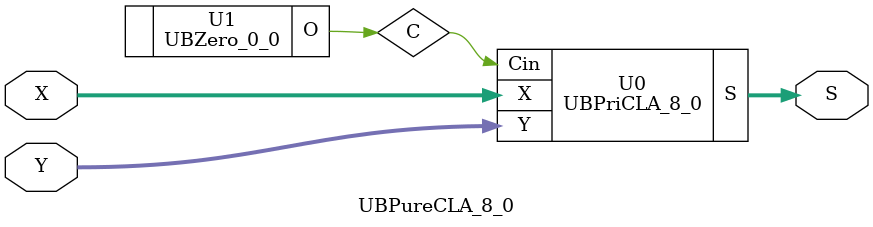
<source format=v>
/*----------------------------------------------------------------------------
  Copyright (c) 2021 Homma laboratory. All rights reserved.

  Top module: UBCLA_8_0_6_0

  Operand-1 length: 9
  Operand-2 length: 7
  Two-operand addition algorithm: Carry look-ahead adder
----------------------------------------------------------------------------*/

module UB1DCON_0(O, I);
  output O;
  input I;
  assign O = I;
endmodule

module UB1DCON_1(O, I);
  output O;
  input I;
  assign O = I;
endmodule

module UB1DCON_2(O, I);
  output O;
  input I;
  assign O = I;
endmodule

module UB1DCON_3(O, I);
  output O;
  input I;
  assign O = I;
endmodule

module UB1DCON_4(O, I);
  output O;
  input I;
  assign O = I;
endmodule

module UB1DCON_5(O, I);
  output O;
  input I;
  assign O = I;
endmodule

module UB1DCON_6(O, I);
  output O;
  input I;
  assign O = I;
endmodule

module UBZero_8_7(O);
  output [8:7] O;
  assign O[7] = 0;
  assign O[8] = 0;
endmodule

module GPGenerator(Go, Po, A, B);
  output Go;
  output Po;
  input A;
  input B;
  assign Go = A & B;
  assign Po = A ^ B;
endmodule

module CLAUnit_9(C, G, P, Cin);
  output [9:1] C;
  input Cin;
  input [8:0] G;
  input [8:0] P;
  assign C[1] = G[0] | ( P[0] & Cin );
  assign C[2] = G[1] | ( P[1] & G[0] ) | ( P[1] & P[0] & Cin );
  assign C[3] = G[2] | ( P[2] & G[1] ) | ( P[2] & P[1] & G[0] ) | ( P[2] & P[1] & P[0] & Cin );
  assign C[4] = G[3] | ( P[3] & G[2] ) | ( P[3] & P[2] & G[1] ) | ( P[3] & P[2] & P[1] & G[0] ) | ( P[3] & P[2] & P[1] & P[0] & Cin );
  assign C[5] = G[4] | ( P[4] & G[3] ) | ( P[4] & P[3] & G[2] ) | ( P[4] & P[3] & P[2] & G[1] ) | ( P[4] & P[3] & P[2] & P[1] & G[0] ) | ( P[4] & P[3] & P[2] & P[1] & P[0] & Cin );
  assign C[6] = G[5] | ( P[5] & G[4] ) | ( P[5] & P[4] & G[3] ) | ( P[5] & P[4] & P[3] & G[2] ) | ( P[5] & P[4] & P[3] & P[2] & G[1] ) | ( P[5] & P[4] & P[3] & P[2] & P[1] & G[0] ) | ( P[5] & P[4] & P[3]
 & P[2] & P[1] & P[0] & Cin );
  assign C[7] = G[6] | ( P[6] & G[5] ) | ( P[6] & P[5] & G[4] ) | ( P[6] & P[5] & P[4] & G[3] ) | ( P[6] & P[5] & P[4] & P[3] & G[2] ) | ( P[6] & P[5] & P[4] & P[3] & P[2] & G[1] ) | ( P[6] & P[5] & P[4]
 & P[3] & P[2] & P[1] & G[0] ) | ( P[6] & P[5] & P[4] & P[3] & P[2] & P[1] & P[0] & Cin );
  assign C[8] = G[7] | ( P[7] & G[6] ) | ( P[7] & P[6] & G[5] ) | ( P[7] & P[6] & P[5] & G[4] ) | ( P[7] & P[6] & P[5] & P[4] & G[3] ) | ( P[7] & P[6] & P[5] & P[4] & P[3] & G[2] ) | ( P[7] & P[6] & P[5]
 & P[4] & P[3] & P[2] & G[1] ) | ( P[7] & P[6] & P[5] & P[4] & P[3] & P[2] & P[1] & G[0] ) | ( P[7] & P[6] & P[5] & P[4] & P[3] & P[2] & P[1] & P[0] & Cin );
  assign C[9] = G[8] | ( P[8] & G[7] ) | ( P[8] & P[7] & G[6] ) | ( P[8] & P[7] & P[6] & G[5] ) | ( P[8] & P[7] & P[6] & P[5] & G[4] ) | ( P[8] & P[7] & P[6] & P[5] & P[4] & G[3] ) | ( P[8] & P[7] & P[6]
 & P[5] & P[4] & P[3] & G[2] ) | ( P[8] & P[7] & P[6] & P[5] & P[4] & P[3] & P[2] & G[1] ) | ( P[8] & P[7] & P[6] & P[5] & P[4] & P[3] & P[2] & P[1] & G[0] ) | ( P[8] & P[7] & P[6] & P[5] & P[4] & P[3]
 & P[2] & P[1] & P[0] & Cin );
endmodule

module UBPriCLA_8_0(S, X, Y, Cin);
  output [9:0] S;
  input Cin;
  input [8:0] X;
  input [8:0] Y;
  wire [9:1] C;
  wire [8:0] G;
  wire [8:0] P;
  assign S[0] = Cin ^ P[0];
  assign S[1] = C[1] ^ P[1];
  assign S[2] = C[2] ^ P[2];
  assign S[3] = C[3] ^ P[3];
  assign S[4] = C[4] ^ P[4];
  assign S[5] = C[5] ^ P[5];
  assign S[6] = C[6] ^ P[6];
  assign S[7] = C[7] ^ P[7];
  assign S[8] = C[8] ^ P[8];
  assign S[9] = C[9];
  GPGenerator U0 (G[0], P[0], X[0], Y[0]);
  GPGenerator U1 (G[1], P[1], X[1], Y[1]);
  GPGenerator U2 (G[2], P[2], X[2], Y[2]);
  GPGenerator U3 (G[3], P[3], X[3], Y[3]);
  GPGenerator U4 (G[4], P[4], X[4], Y[4]);
  GPGenerator U5 (G[5], P[5], X[5], Y[5]);
  GPGenerator U6 (G[6], P[6], X[6], Y[6]);
  GPGenerator U7 (G[7], P[7], X[7], Y[7]);
  GPGenerator U8 (G[8], P[8], X[8], Y[8]);
  CLAUnit_9 U9 (C, G, P, Cin);
endmodule

module UBZero_0_0(O);
  output [0:0] O;
  assign O[0] = 0;
endmodule

module UBCLA_8_0_6_0 (S, X, Y);
  output [9:0] S;
  input [8:0] X;
  input [6:0] Y;
  wire [8:0] Z;
  UBExtender_6_0_8_000 U0 (Z[8:0], Y[6:0]);
  UBPureCLA_8_0 U1 (S[9:0], X[8:0], Z[8:0]);
endmodule

module UBCON_6_0 (O, I);
  output [6:0] O;
  input [6:0] I;
  UB1DCON_0 U0 (O[0], I[0]);
  UB1DCON_1 U1 (O[1], I[1]);
  UB1DCON_2 U2 (O[2], I[2]);
  UB1DCON_3 U3 (O[3], I[3]);
  UB1DCON_4 U4 (O[4], I[4]);
  UB1DCON_5 U5 (O[5], I[5]);
  UB1DCON_6 U6 (O[6], I[6]);
endmodule

module UBExtender_6_0_8_000 (O, I);
  output [8:0] O;
  input [6:0] I;
  UBCON_6_0 U0 (O[6:0], I[6:0]);
  UBZero_8_7 U1 (O[8:7]);
endmodule

module UBPureCLA_8_0 (S, X, Y);
  output [9:0] S;
  input [8:0] X;
  input [8:0] Y;
  wire C;
  UBPriCLA_8_0 U0 (S, X, Y, C);
  UBZero_0_0 U1 (C);
endmodule


</source>
